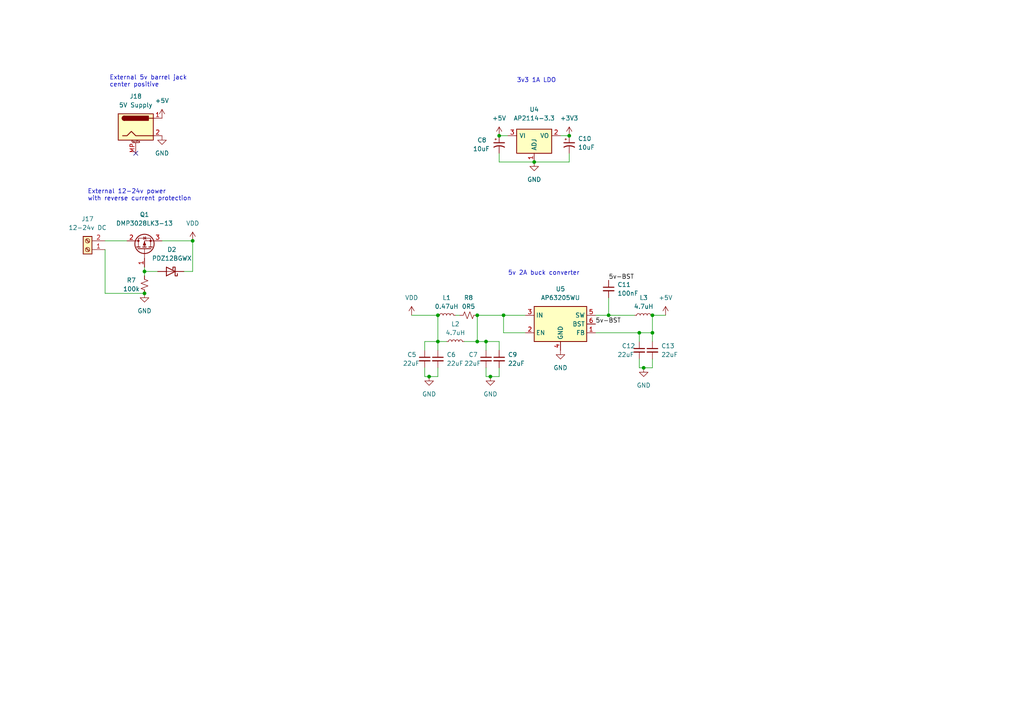
<source format=kicad_sch>
(kicad_sch (version 20230221) (generator eeschema)
  (paper "A4")
  (lib_symbols
    (symbol "Connector:Barrel_Jack_MountingPin" (pin_names hide)
      (property "Reference" "J" (at 0 5.334 0))
      (property "Value" "Barrel_Jack_MountingPin" (at 1.27 -6.35 0))
      (symbol "Barrel_Jack_MountingPin_0_1"
        (rectangle (start -5.08 3.81) (end 5.08 -3.81) (stroke (width 0.254)) (fill (type background)))
        (arc (start -3.302 3.175) (mid -3.9343 2.54) (end -3.302 1.905) (stroke (width 0.254)))
        (arc (start -3.302 3.175) (mid -3.9343 2.54) (end -3.302 1.905) (stroke (width 0.254)) (fill (type outline)))
        (polyline (pts (xy 5.08 2.54) (xy 3.81 2.54)) (stroke (width 0.254)))
        (polyline (pts (xy -3.81 -2.54) (xy -2.54 -2.54) (xy -1.27 -1.27) (xy 0 -2.54) (xy 2.54 -2.54) (xy 5.08 -2.54)) (stroke (width 0.254)))
        (rectangle (start 3.683 3.175) (end -3.302 1.905) (stroke (width 0.254)) (fill (type outline)))
      )
      (symbol "Barrel_Jack_MountingPin_1_1"
        (polyline (pts (xy -1.016 -4.572) (xy 1.016 -4.572)) (stroke (width 0.1524)))
        (text "Mounting" (at 0 -4.191 0) (effects (font (size 0.381 0.381))))
        (pin passive line (at 7.62 2.54 180) (length 2.54) (name "~") (number "1"))
        (pin passive line (at 7.62 -2.54 180) (length 2.54) (name "~") (number "2"))
        (pin passive line (at 0 -7.62 90) (length 3.048) (name "MountPin") (number "MP"))
      )
    )
    (symbol "Connector:Screw_Terminal_01x02" (pin_names (offset 1.016) hide)
      (property "Reference" "J" (at 0 2.54 0))
      (property "Value" "Screw_Terminal_01x02" (at 0 -5.08 0))
      (symbol "Screw_Terminal_01x02_1_1"
        (rectangle (start -1.27 1.27) (end 1.27 -3.81) (stroke (width 0.254)) (fill (type background)))
        (circle (center 0 -2.54) (radius 0.635) (stroke (width 0.1524)))
        (polyline (pts (xy -0.5334 -2.2098) (xy 0.3302 -3.048)) (stroke (width 0.1524)))
        (polyline (pts (xy -0.5334 0.3302) (xy 0.3302 -0.508)) (stroke (width 0.1524)))
        (polyline (pts (xy -0.3556 -2.032) (xy 0.508 -2.8702)) (stroke (width 0.1524)))
        (polyline (pts (xy -0.3556 0.508) (xy 0.508 -0.3302)) (stroke (width 0.1524)))
        (circle (center 0 0) (radius 0.635) (stroke (width 0.1524)))
        (pin passive line (at -5.08 0 0) (length 3.81) (name "Pin_1") (number "1"))
        (pin passive line (at -5.08 -2.54 0) (length 3.81) (name "Pin_2") (number "2"))
      )
    )
    (symbol "Device:C_Polarized_Small_US" (pin_numbers hide) (pin_names (offset 0.254) hide)
      (property "Reference" "C" (at 0.254 1.778 0))
      (property "Value" "C_Polarized_Small_US" (at 0.254 -2.032 0))
      (symbol "C_Polarized_Small_US_0_1"
        (polyline (pts (xy -1.524 0.508) (xy 1.524 0.508)) (stroke (width 0.3048)))
        (polyline (pts (xy -1.27 1.524) (xy -0.762 1.524)))
        (polyline (pts (xy -1.016 1.27) (xy -1.016 1.778)))
        (arc (start 1.524 -0.762) (mid 0 -0.3734) (end -1.524 -0.762) (stroke (width 0.3048)))
      )
      (symbol "C_Polarized_Small_US_1_1"
        (pin passive line (at 0 2.54 270) (length 2.032) (name "~") (number "1"))
        (pin passive line (at 0 -2.54 90) (length 2.032) (name "~") (number "2"))
      )
    )
    (symbol "Device:C_Small" (pin_numbers hide) (pin_names (offset 0.254) hide)
      (property "Reference" "C" (at 0.254 1.778 0))
      (property "Value" "C_Small" (at 0.254 -2.032 0))
      (symbol "C_Small_0_1"
        (polyline (pts (xy -1.524 -0.508) (xy 1.524 -0.508)) (stroke (width 0.3302)))
        (polyline (pts (xy -1.524 0.508) (xy 1.524 0.508)) (stroke (width 0.3048)))
      )
      (symbol "C_Small_1_1"
        (pin passive line (at 0 2.54 270) (length 2.032) (name "~") (number "1"))
        (pin passive line (at 0 -2.54 90) (length 2.032) (name "~") (number "2"))
      )
    )
    (symbol "Device:D_Schottky" (pin_numbers hide) (pin_names (offset 1.016) hide)
      (property "Reference" "D" (at 0 2.54 0))
      (property "Value" "D_Schottky" (at 0 -2.54 0))
      (symbol "D_Schottky_0_1"
        (polyline (pts (xy 1.27 0) (xy -1.27 0)))
        (polyline (pts (xy 1.27 1.27) (xy 1.27 -1.27) (xy -1.27 0) (xy 1.27 1.27)) (stroke (width 0.254)))
        (polyline (pts (xy -1.905 0.635) (xy -1.905 1.27) (xy -1.27 1.27) (xy -1.27 -1.27) (xy -0.635 -1.27) (xy -0.635 -0.635)) (stroke (width 0.254)))
      )
      (symbol "D_Schottky_1_1"
        (pin passive line (at -3.81 0 0) (length 2.54) (name "K") (number "1"))
        (pin passive line (at 3.81 0 180) (length 2.54) (name "A") (number "2"))
      )
    )
    (symbol "Device:L_Small" (pin_numbers hide) (pin_names (offset 0.254) hide)
      (property "Reference" "L" (at 0.762 1.016 0))
      (property "Value" "L_Small" (at 0.762 -1.016 0))
      (symbol "L_Small_0_1"
        (arc (start 0 -2.032) (mid 0.5058 -1.524) (end 0 -1.016))
        (arc (start 0 -1.016) (mid 0.5058 -0.508) (end 0 0))
        (arc (start 0 0) (mid 0.5058 0.508) (end 0 1.016))
        (arc (start 0 1.016) (mid 0.5058 1.524) (end 0 2.032))
      )
      (symbol "L_Small_1_1"
        (pin passive line (at 0 2.54 270) (length 0.508) (name "~") (number "1"))
        (pin passive line (at 0 -2.54 90) (length 0.508) (name "~") (number "2"))
      )
    )
    (symbol "Device:R_Small_US" (pin_numbers hide) (pin_names (offset 0.254) hide)
      (property "Reference" "R" (at 0.762 0.508 0))
      (property "Value" "R_Small_US" (at 0.762 -1.016 0))
      (symbol "R_Small_US_1_1"
        (polyline (pts (xy 0 0) (xy 1.016 -0.381) (xy 0 -0.762) (xy -1.016 -1.143) (xy 0 -1.524)))
        (polyline (pts (xy 0 1.524) (xy 1.016 1.143) (xy 0 0.762) (xy -1.016 0.381) (xy 0 0)))
        (pin passive line (at 0 2.54 270) (length 1.016) (name "~") (number "1"))
        (pin passive line (at 0 -2.54 90) (length 1.016) (name "~") (number "2"))
      )
    )
    (symbol "Regulator_Linear:AMS1117" (pin_names (offset 0.762))
      (property "Reference" "U" (at -3.81 3.175 0))
      (property "Value" "AMS1117" (at 0 3.175 0))
      (symbol "AMS1117_0_1"
        (rectangle (start -5.08 -5.08) (end 5.08 1.905) (stroke (width 0.254)) (fill (type background)))
      )
      (symbol "AMS1117_1_1"
        (pin input line (at 0 -7.62 90) (length 2.54) (name "ADJ") (number "1"))
        (pin power_out line (at 7.62 0 180) (length 2.54) (name "VO") (number "2"))
        (pin power_in line (at -7.62 0 0) (length 2.54) (name "VI") (number "3"))
      )
    )
    (symbol "Regulator_Switching:AP63205WU"
      (property "Reference" "U" (at -7.62 6.35 0))
      (property "Value" "AP63205WU" (at 2.54 6.35 0))
      (symbol "AP63205WU_0_1"
        (rectangle (start -7.62 5.08) (end 7.62 -5.08) (stroke (width 0.254)) (fill (type background)))
      )
      (symbol "AP63205WU_1_1"
        (pin input line (at 10.16 -2.54 180) (length 2.54) (name "FB") (number "1"))
        (pin input line (at -10.16 -2.54 0) (length 2.54) (name "EN") (number "2"))
        (pin power_in line (at -10.16 2.54 0) (length 2.54) (name "IN") (number "3"))
        (pin power_in line (at 0 -7.62 90) (length 2.54) (name "GND") (number "4"))
        (pin output line (at 10.16 2.54 180) (length 2.54) (name "SW") (number "5"))
        (pin passive line (at 10.16 0 180) (length 2.54) (name "BST") (number "6"))
      )
    )
    (symbol "Transistor_FET:SUD08P06-155L" (pin_names hide)
      (property "Reference" "Q" (at 4.953 1.905 0))
      (property "Value" "SUD08P06-155L" (at 4.953 0 0))
      (symbol "SUD08P06-155L_0_1"
        (polyline (pts (xy 0.254 0) (xy -2.54 0)))
        (polyline (pts (xy 0.254 1.905) (xy 0.254 -1.905)) (stroke (width 0.254)))
        (polyline (pts (xy 0.762 -1.27) (xy 0.762 -2.286)) (stroke (width 0.254)))
        (polyline (pts (xy 0.762 0.508) (xy 0.762 -0.508)) (stroke (width 0.254)))
        (polyline (pts (xy 0.762 2.286) (xy 0.762 1.27)) (stroke (width 0.254)))
        (polyline (pts (xy 2.54 2.54) (xy 2.54 1.778)))
        (polyline (pts (xy 2.54 -2.54) (xy 2.54 0) (xy 0.762 0)))
        (polyline (pts (xy 0.762 1.778) (xy 3.302 1.778) (xy 3.302 -1.778) (xy 0.762 -1.778)))
        (polyline (pts (xy 2.286 0) (xy 1.27 0.381) (xy 1.27 -0.381) (xy 2.286 0)) (fill (type outline)))
        (polyline (pts (xy 2.794 -0.508) (xy 2.921 -0.381) (xy 3.683 -0.381) (xy 3.81 -0.254)))
        (polyline (pts (xy 3.302 -0.381) (xy 2.921 0.254) (xy 3.683 0.254) (xy 3.302 -0.381)))
        (circle (center 1.651 0) (radius 2.794) (stroke (width 0.254)))
        (circle (center 2.54 -1.778) (radius 0.254) (fill (type outline)))
        (circle (center 2.54 1.778) (radius 0.254) (fill (type outline)))
      )
      (symbol "SUD08P06-155L_1_1"
        (pin input line (at -5.08 0 0) (length 2.54) (name "G") (number "1"))
        (pin passive line (at 2.54 5.08 270) (length 2.54) (name "D") (number "2"))
        (pin passive line (at 2.54 -5.08 90) (length 2.54) (name "S") (number "3"))
      )
    )
    (symbol "power:+3V3" (power) (pin_names (offset 0))
      (property "Value" "+3V3" (at 0 3.556 0))
      (symbol "+3V3_0_1"
        (polyline (pts (xy -0.762 1.27) (xy 0 2.54)))
        (polyline (pts (xy 0 0) (xy 0 2.54)))
        (polyline (pts (xy 0 2.54) (xy 0.762 1.27)))
      )
      (symbol "+3V3_1_1"
        (pin power_in line (at 0 0 90) (length 0) hide (name "+3V3") (number "1"))
      )
    )
    (symbol "power:+5V" (power) (pin_names (offset 0))
      (property "Value" "+5V" (at 0 3.556 0))
      (symbol "+5V_0_1"
        (polyline (pts (xy -0.762 1.27) (xy 0 2.54)))
        (polyline (pts (xy 0 0) (xy 0 2.54)))
        (polyline (pts (xy 0 2.54) (xy 0.762 1.27)))
      )
      (symbol "+5V_1_1"
        (pin power_in line (at 0 0 90) (length 0) hide (name "+5V") (number "1"))
      )
    )
    (symbol "power:GND" (power) (pin_names (offset 0))
      (property "Value" "GND" (at 0 -3.81 0))
      (symbol "GND_0_1"
        (polyline (pts (xy 0 0) (xy 0 -1.27) (xy 1.27 -1.27) (xy 0 -2.54) (xy -1.27 -1.27) (xy 0 -1.27)))
      )
      (symbol "GND_1_1"
        (pin power_in line (at 0 0 270) (length 0) hide (name "GND") (number "1"))
      )
    )
    (symbol "power:VDD" (power) (pin_names (offset 0))
      (property "Value" "VDD" (at 0 3.81 0))
      (symbol "VDD_0_1"
        (polyline (pts (xy -0.762 1.27) (xy 0 2.54)))
        (polyline (pts (xy 0 0) (xy 0 2.54)))
        (polyline (pts (xy 0 2.54) (xy 0.762 1.27)))
      )
      (symbol "VDD_1_1"
        (pin power_in line (at 0 0 90) (length 0) hide (name "VDD") (number "1"))
      )
    )
  )
  (junction (at 138.43 99.06))
  (junction (at 186.69 106.68))
  (junction (at 138.43 91.44))
  (junction (at 146.05 91.44))
  (junction (at 124.46 109.22))
  (junction (at 165.1 39.37))
  (junction (at 41.91 85.09))
  (junction (at 127 99.06))
  (junction (at 140.97 99.06))
  (junction (at 55.88 69.85))
  (junction (at 185.42 96.52))
  (junction (at 127 91.44))
  (junction (at 189.23 96.52))
  (junction (at 154.94 46.99))
  (junction (at 176.53 91.44))
  (junction (at 189.23 91.44))
  (junction (at 144.78 39.37))
  (junction (at 142.24 109.22))
  (junction (at 41.91 78.74))
  (no_connect (at 39.37 44.45))
  (wire (pts (xy 134.62 99.06) (xy 138.43 99.06)))
  (wire (pts (xy 144.78 39.37) (xy 147.32 39.37)))
  (wire (pts (xy 127 99.06) (xy 127 101.6)))
  (wire (pts (xy 185.42 104.14) (xy 185.42 106.68)))
  (wire (pts (xy 189.23 104.14) (xy 189.23 106.68)))
  (wire (pts (xy 176.53 86.36) (xy 176.53 91.44)))
  (wire (pts (xy 127 99.06) (xy 129.54 99.06)))
  (wire (pts (xy 127 99.06) (xy 123.19 99.06)))
  (wire (pts (xy 127 106.68) (xy 127 109.22)))
  (wire (pts (xy 165.1 44.45) (xy 165.1 46.99)))
  (wire (pts (xy 185.42 106.68) (xy 186.69 106.68)))
  (wire (pts (xy 144.78 101.6) (xy 144.78 99.06)))
  (wire (pts (xy 152.4 96.52) (xy 146.05 96.52)))
  (wire (pts (xy 41.91 78.74) (xy 45.72 78.74)))
  (wire (pts (xy 189.23 91.44) (xy 193.04 91.44)))
  (wire (pts (xy 138.43 91.44) (xy 138.43 99.06)))
  (wire (pts (xy 123.19 109.22) (xy 124.46 109.22)))
  (wire (pts (xy 144.78 44.45) (xy 144.78 46.99)))
  (wire (pts (xy 41.91 78.74) (xy 41.91 80.01)))
  (wire (pts (xy 55.88 69.85) (xy 55.88 78.74)))
  (wire (pts (xy 41.91 85.09) (xy 30.48 85.09)))
  (wire (pts (xy 144.78 106.68) (xy 144.78 109.22)))
  (wire (pts (xy 30.48 69.85) (xy 36.83 69.85)))
  (wire (pts (xy 30.48 85.09) (xy 30.48 72.39)))
  (wire (pts (xy 140.97 99.06) (xy 144.78 99.06)))
  (wire (pts (xy 55.88 78.74) (xy 53.34 78.74)))
  (wire (pts (xy 165.1 46.99) (xy 154.94 46.99)))
  (wire (pts (xy 176.53 91.44) (xy 184.15 91.44)))
  (wire (pts (xy 41.91 77.47) (xy 41.91 78.74)))
  (wire (pts (xy 185.42 96.52) (xy 172.72 96.52)))
  (wire (pts (xy 140.97 99.06) (xy 140.97 101.6)))
  (wire (pts (xy 146.05 91.44) (xy 152.4 91.44)))
  (wire (pts (xy 189.23 96.52) (xy 185.42 96.52)))
  (wire (pts (xy 186.69 106.68) (xy 189.23 106.68)))
  (wire (pts (xy 127 91.44) (xy 127 99.06)))
  (wire (pts (xy 162.56 39.37) (xy 165.1 39.37)))
  (wire (pts (xy 119.38 91.44) (xy 127 91.44)))
  (wire (pts (xy 185.42 99.06) (xy 185.42 96.52)))
  (wire (pts (xy 140.97 106.68) (xy 140.97 109.22)))
  (wire (pts (xy 146.05 96.52) (xy 146.05 91.44)))
  (wire (pts (xy 132.08 91.44) (xy 133.35 91.44)))
  (wire (pts (xy 142.24 109.22) (xy 144.78 109.22)))
  (wire (pts (xy 46.99 69.85) (xy 55.88 69.85)))
  (wire (pts (xy 124.46 109.22) (xy 127 109.22)))
  (wire (pts (xy 123.19 106.68) (xy 123.19 109.22)))
  (wire (pts (xy 140.97 109.22) (xy 142.24 109.22)))
  (wire (pts (xy 189.23 99.06) (xy 189.23 96.52)))
  (wire (pts (xy 144.78 46.99) (xy 154.94 46.99)))
  (wire (pts (xy 172.72 91.44) (xy 176.53 91.44)))
  (wire (pts (xy 123.19 99.06) (xy 123.19 101.6)))
  (wire (pts (xy 138.43 99.06) (xy 140.97 99.06)))
  (wire (pts (xy 138.43 91.44) (xy 146.05 91.44)))
  (wire (pts (xy 189.23 91.44) (xy 189.23 96.52)))
  (text "5v 2A buck converter" (at 147.32 80.01 0) (effects (font (size 1.27 1.27)) (justify left bottom)))
  (text "External 12-24v power\nwith reverse current protection" (at 25.4 58.42 0) (effects (font (size 1.27 1.27)) (justify left bottom)))
  (text "3v3 1A LDO" (at 149.86 24.13 0) (effects (font (size 1.27 1.27)) (justify left bottom)))
  (text "External 5v barrel jack\ncenter positive" (at 31.75 25.4 0) (effects (font (size 1.27 1.27)) (justify left bottom)))
  (label "5v-BST" (at 176.53 81.28 0))
  (label "5v-BST" (at 172.72 93.98 0))
  (symbol (lib_id "power:GND") (at 41.91 85.09 0) (unit 1)
    (property "Reference" "#PWR047" (effects hide))
    (property "Value" "GND" (at 41.91 90.17 0))
  )
  (symbol (lib_id "Device:C_Small") (at 176.53 83.82 0) (unit 1)
    (property "Reference" "C11" (at 179.07 82.5562 0) (effects (justify left)))
    (property "Value" "100nF" (at 179.07 85.0962 0) (effects (justify left)))
    (property "Footprint" "Capacitor_SMD:C_0603_1608Metric_Pad1.08x0.95mm_HandSolder" (effects hide))
    (property "Mouser" "603-CC603KPX7R9BB104" (effects hide))
    (property "LCSC" "C478888" (effects hide))
  )
  (symbol (lib_id "Device:D_Schottky") (at 49.53 78.74 180) (unit 1)
    (property "Reference" "D2" (at 49.8475 72.39 0))
    (property "Value" "PDZ12BGWX" (at 49.8475 74.93 0))
    (property "Footprint" "Diode_SMD:D_SOD-123" (effects hide))
    (property "Mouser" "771-PDZ12BGWX" (effects hide))
    (property "LCSC" "C173429" (effects hide))
  )
  (symbol (lib_id "power:+3V3") (at 165.1 39.37 0) (unit 1)
    (property "Reference" "#PWR057" (effects hide))
    (property "Value" "+3V3" (at 165.1 34.29 0))
  )
  (symbol (lib_id "Device:C_Polarized_Small_US") (at 144.78 41.91 0) (unit 1)
    (property "Reference" "C8" (at 138.43 40.64 0) (effects (justify left)))
    (property "Value" "10uF" (at 137.16 43.18 0) (effects (justify left)))
    (property "Footprint" "Capacitor_SMD:CP_Elec_5x5.3" (effects hide))
    (property "Mouser" "710-865230542002" (effects hide))
    (property "LCSC" "C59943" (effects hide))
  )
  (symbol (lib_id "Device:R_Small_US") (at 135.89 91.44 90) (unit 1)
    (property "Reference" "R8" (at 135.89 86.36 90))
    (property "Value" "0R5" (at 135.89 88.9 90))
    (property "Footprint" "Resistor_SMD:R_0805_2012Metric_Pad1.20x1.40mm_HandSolder" (effects hide))
    (property "Mouser" "756-LRCS0805-R50FT5" (effects hide))
    (property "LCSC" "C303757" (effects hide))
  )
  (symbol (lib_id "power:GND") (at 154.94 46.99 0) (unit 1)
    (property "Reference" "#PWR055" (effects hide))
    (property "Value" "GND" (at 154.94 52.07 0))
  )
  (symbol (lib_id "Transistor_FET:SUD08P06-155L") (at 41.91 72.39 90) (unit 1)
    (property "Reference" "Q1" (at 41.91 62.23 90))
    (property "Value" "DMP3028LK3-13" (at 41.91 64.77 90))
    (property "Footprint" "Package_TO_SOT_SMD:TO-252-2" (effects hide))
    (property "Datasheet" "https://www.vishay.com/docs/62843/sud08p06-155l-ge3.pdf" (effects hide))
    (property "Mouser" "621-DMP3028LK3-13" (effects hide))
    (property "LCSC" "C461078" (effects hide))
  )
  (symbol (lib_id "power:+5V") (at 193.04 91.44 0) (unit 1)
    (property "Reference" "#PWR059" (effects hide))
    (property "Value" "+5V" (at 193.04 86.36 0))
  )
  (symbol (lib_id "power:+5V") (at 46.99 34.29 0) (unit 1)
    (property "Reference" "#PWR048" (effects hide))
    (property "Value" "+5V" (at 46.99 29.21 0))
  )
  (symbol (lib_id "Device:C_Small") (at 144.78 104.14 0) (unit 1)
    (property "Reference" "C9" (at 147.32 102.8762 0) (effects (justify left)))
    (property "Value" "22uF" (at 147.32 105.4162 0) (effects (justify left)))
    (property "Footprint" "Capacitor_SMD:C_0603_1608Metric_Pad1.08x0.95mm_HandSolder" (effects hide))
    (property "Mouser" "810-C1608X5R0J226M" (effects hide))
    (property "LCSC" "C59461" (effects hide))
  )
  (symbol (lib_id "Connector:Barrel_Jack_MountingPin") (at 39.37 36.83 0) (unit 1)
    (property "Reference" "J18" (at 39.37 27.94 0))
    (property "Value" "5V Supply" (at 39.37 30.48 0))
    (property "Footprint" "Connector_BarrelJack:BarrelJack_Horizontal" (effects hide))
  )
  (symbol (lib_id "power:GND") (at 186.69 106.68 0) (unit 1)
    (property "Reference" "#PWR058" (effects hide))
    (property "Value" "GND" (at 186.69 111.76 0))
  )
  (symbol (lib_id "power:VDD") (at 55.88 69.85 0) (unit 1)
    (property "Reference" "#PWR050" (effects hide))
    (property "Value" "VDD" (at 55.88 64.77 0))
  )
  (symbol (lib_id "power:VDD") (at 119.38 91.44 0) (unit 1)
    (property "Reference" "#PWR051" (effects hide))
    (property "Value" "VDD" (at 119.38 86.36 0))
  )
  (symbol (lib_id "Device:R_Small_US") (at 41.91 82.55 180) (unit 1)
    (property "Reference" "R7" (at 38.1 81.28 0))
    (property "Value" "100k" (at 38.1 83.82 0))
    (property "Footprint" "Resistor_SMD:R_1206_3216Metric_Pad1.30x1.75mm_HandSolder" (effects hide))
    (property "Mouser" "71-CRCW1206100KFKEAC" (effects hide))
    (property "LCSC" "C17900" (effects hide))
  )
  (symbol (lib_id "power:GND") (at 142.24 109.22 0) (unit 1)
    (property "Reference" "#PWR053" (effects hide))
    (property "Value" "GND" (at 142.24 114.3 0))
  )
  (symbol (lib_id "Regulator_Linear:AMS1117") (at 154.94 39.37 0) (unit 1)
    (property "Reference" "U4" (at 154.94 31.75 0))
    (property "Value" "AP2114-3.3" (at 154.94 34.29 0))
    (property "Footprint" "Package_TO_SOT_SMD:SOT-223-3_TabPin2" (effects hide))
    (property "Datasheet" "http://www.advanced-monolithic.com/pdf/ds1117.pdf" (effects hide))
    (property "Mouser" "621-AP2114H-3.3TRG1" (effects hide))
    (property "LCSC" "C150716" (effects hide))
  )
  (symbol (lib_id "power:+5V") (at 144.78 39.37 0) (unit 1)
    (property "Reference" "#PWR054" (effects hide))
    (property "Value" "+5V" (at 144.78 34.29 0))
  )
  (symbol (lib_id "power:GND") (at 124.46 109.22 0) (unit 1)
    (property "Reference" "#PWR052" (effects hide))
    (property "Value" "GND" (at 124.46 114.3 0))
  )
  (symbol (lib_id "Device:C_Small") (at 189.23 101.6 0) (unit 1)
    (property "Reference" "C13" (at 191.77 100.3362 0) (effects (justify left)))
    (property "Value" "22uF" (at 191.77 102.8762 0) (effects (justify left)))
    (property "Footprint" "Capacitor_SMD:C_0603_1608Metric_Pad1.08x0.95mm_HandSolder" (effects hide))
    (property "Mouser" "810-C1608X5R0J226M" (effects hide))
    (property "LCSC" "C59461" (effects hide))
  )
  (symbol (lib_id "Device:C_Small") (at 127 104.14 0) (unit 1)
    (property "Reference" "C6" (at 129.54 102.8762 0) (effects (justify left)))
    (property "Value" "22uF" (at 129.54 105.4162 0) (effects (justify left)))
    (property "Footprint" "Capacitor_SMD:C_0603_1608Metric_Pad1.08x0.95mm_HandSolder" (effects hide))
    (property "Mouser" "810-C1608X5R0J226M" (effects hide))
    (property "LCSC" "C59461" (effects hide))
  )
  (symbol (lib_id "Device:L_Small") (at 186.69 91.44 90) (unit 1)
    (property "Reference" "L3" (at 186.69 86.36 90))
    (property "Value" "4.7uH" (at 186.69 88.9 90))
    (property "Footprint" "Inductor_SMD:L_Taiyo-Yuden_NR-40xx_HandSoldering" (effects hide))
    (property "Mouser" "963-NRS4018T4R7MDGJ" (effects hide))
  )
  (symbol (lib_id "Device:C_Small") (at 123.19 104.14 0) (unit 1)
    (property "Reference" "C5" (at 118.11 102.87 0) (effects (justify left)))
    (property "Value" "22uF" (at 116.84 105.41 0) (effects (justify left)))
    (property "Footprint" "Capacitor_SMD:C_0603_1608Metric_Pad1.08x0.95mm_HandSolder" (effects hide))
    (property "Mouser" "810-C1608X5R0J226M" (effects hide))
    (property "LCSC" "C59461" (effects hide))
  )
  (symbol (lib_id "Device:C_Polarized_Small_US") (at 165.1 41.91 0) (unit 1)
    (property "Reference" "C10" (at 167.64 40.2081 0) (effects (justify left)))
    (property "Value" "10uF" (at 167.64 42.7481 0) (effects (justify left)))
    (property "Footprint" "Capacitor_SMD:CP_Elec_5x5.3" (effects hide))
    (property "Mouser" "710-865230542002" (effects hide))
    (property "LCSC" "C59943" (effects hide))
  )
  (symbol (lib_id "power:GND") (at 162.56 101.6 0) (unit 1)
    (property "Reference" "#PWR056" (effects hide))
    (property "Value" "GND" (at 162.56 106.68 0))
  )
  (symbol (lib_id "power:GND") (at 46.99 39.37 0) (unit 1)
    (property "Reference" "#PWR049" (effects hide))
    (property "Value" "GND" (at 46.99 44.45 0))
  )
  (symbol (lib_id "Device:L_Small") (at 132.08 99.06 90) (unit 1)
    (property "Reference" "L2" (at 132.08 93.98 90))
    (property "Value" "4.7uH" (at 132.08 96.52 90))
    (property "Footprint" "Inductor_SMD:L_Taiyo-Yuden_NR-40xx_HandSoldering" (effects hide))
    (property "Mouser" "963-NRS4018T4R7MDGJ" (effects hide))
  )
  (symbol (lib_id "Device:C_Small") (at 185.42 101.6 0) (unit 1)
    (property "Reference" "C12" (at 180.34 100.33 0) (effects (justify left)))
    (property "Value" "22uF" (at 179.07 102.87 0) (effects (justify left)))
    (property "Footprint" "Capacitor_SMD:C_0603_1608Metric_Pad1.08x0.95mm_HandSolder" (effects hide))
    (property "Mouser" "810-C1608X5R0J226M" (effects hide))
    (property "LCSC" "C59461" (effects hide))
  )
  (symbol (lib_id "Regulator_Switching:AP63205WU") (at 162.56 93.98 0) (unit 1)
    (property "Reference" "U5" (at 162.56 83.82 0))
    (property "Value" "AP63205WU" (at 162.56 86.36 0))
    (property "Footprint" "Package_TO_SOT_SMD:TSOT-23-6" (effects hide))
    (property "Datasheet" "https://www.diodes.com/assets/Datasheets/AP63200-AP63201-AP63203-AP63205.pdf" (effects hide))
    (property "Mouser" "621-AP63205WU-7" (effects hide))
    (property "LCSC" "C2071056" (effects hide))
  )
  (symbol (lib_id "Device:L_Small") (at 129.54 91.44 90) (unit 1)
    (property "Reference" "L1" (at 129.54 86.36 90))
    (property "Value" "0.47uH" (at 129.54 88.9 90))
    (property "Footprint" "Inductor_SMD:L_0603_1608Metric_Pad1.05x0.95mm_HandSolder" (effects hide))
    (property "Mouser" "810-MLZ1608DR47DT000" (effects hide))
  )
  (symbol (lib_id "Connector:Screw_Terminal_01x02") (at 25.4 72.39 180) (unit 1)
    (property "Reference" "J17" (at 25.4 63.5 0))
    (property "Value" "12-24v DC" (at 25.4 66.04 0))
    (property "Footprint" "TerminalBlock_Phoenix:TerminalBlock_Phoenix_MKDS-1,5-2-5.08_1x02_P5.08mm_Horizontal" (effects hide))
    (property "Mouser" "649-220316-H021B01LF" (effects hide))
    (property "LCSC" "C8465" (effects hide))
  )
  (symbol (lib_id "Device:C_Small") (at 140.97 104.14 0) (unit 1)
    (property "Reference" "C7" (at 135.89 102.87 0) (effects (justify left)))
    (property "Value" "22uF" (at 134.62 105.41 0) (effects (justify left)))
    (property "Footprint" "Capacitor_SMD:C_0603_1608Metric_Pad1.08x0.95mm_HandSolder" (effects hide))
    (property "Mouser" "810-C1608X5R0J226" (effects hide))
    (property "LCSC" "C59461" (effects hide))
  )
)
</source>
